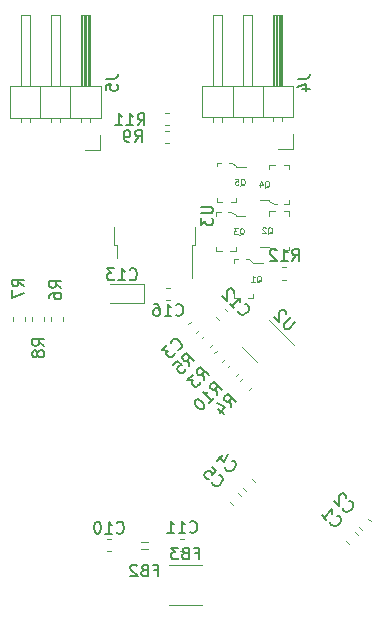
<source format=gbo>
%TF.GenerationSoftware,KiCad,Pcbnew,5.1.7*%
%TF.CreationDate,2020-10-06T16:47:45-05:00*%
%TF.ProjectId,ARC-Boat0,4152432d-426f-4617-9430-2e6b69636164,rev?*%
%TF.SameCoordinates,Original*%
%TF.FileFunction,Legend,Bot*%
%TF.FilePolarity,Positive*%
%FSLAX46Y46*%
G04 Gerber Fmt 4.6, Leading zero omitted, Abs format (unit mm)*
G04 Created by KiCad (PCBNEW 5.1.7) date 2020-10-06 16:47:45*
%MOMM*%
%LPD*%
G01*
G04 APERTURE LIST*
%ADD10C,0.120000*%
%ADD11C,0.100000*%
%ADD12C,0.150000*%
%ADD13C,0.125000*%
G04 APERTURE END LIST*
D10*
%TO.C,C13*%
X121572500Y-59285000D02*
X118687500Y-59285000D01*
X121572500Y-57715000D02*
X121572500Y-59285000D01*
X118687500Y-57715000D02*
X121572500Y-57715000D01*
%TO.C,FB3*%
X126448752Y-84910000D02*
X123676248Y-84910000D01*
X126448752Y-81490000D02*
X123676248Y-81490000D01*
%TO.C,J5*%
X117870000Y-46320000D02*
X117870000Y-45050000D01*
X116600000Y-46320000D02*
X117870000Y-46320000D01*
X111140000Y-44007071D02*
X111140000Y-43610000D01*
X111900000Y-44007071D02*
X111900000Y-43610000D01*
X111140000Y-34950000D02*
X111140000Y-40950000D01*
X111900000Y-34950000D02*
X111140000Y-34950000D01*
X111900000Y-40950000D02*
X111900000Y-34950000D01*
X112790000Y-43610000D02*
X112790000Y-40950000D01*
X113680000Y-44007071D02*
X113680000Y-43610000D01*
X114440000Y-44007071D02*
X114440000Y-43610000D01*
X113680000Y-34950000D02*
X113680000Y-40950000D01*
X114440000Y-34950000D02*
X113680000Y-34950000D01*
X114440000Y-40950000D02*
X114440000Y-34950000D01*
X115330000Y-43610000D02*
X115330000Y-40950000D01*
X116220000Y-43940000D02*
X116220000Y-43610000D01*
X116980000Y-43940000D02*
X116980000Y-43610000D01*
X116320000Y-40950000D02*
X116320000Y-34950000D01*
X116440000Y-40950000D02*
X116440000Y-34950000D01*
X116560000Y-40950000D02*
X116560000Y-34950000D01*
X116680000Y-40950000D02*
X116680000Y-34950000D01*
X116800000Y-40950000D02*
X116800000Y-34950000D01*
X116920000Y-40950000D02*
X116920000Y-34950000D01*
X116220000Y-34950000D02*
X116220000Y-40950000D01*
X116980000Y-34950000D02*
X116220000Y-34950000D01*
X116980000Y-40950000D02*
X116980000Y-34950000D01*
X117930000Y-40950000D02*
X117930000Y-43610000D01*
X110190000Y-40950000D02*
X117930000Y-40950000D01*
X110190000Y-43610000D02*
X110190000Y-40950000D01*
X117930000Y-43610000D02*
X110190000Y-43610000D01*
%TO.C,J4*%
X134145000Y-46295000D02*
X134145000Y-45025000D01*
X132875000Y-46295000D02*
X134145000Y-46295000D01*
X127415000Y-43982071D02*
X127415000Y-43585000D01*
X128175000Y-43982071D02*
X128175000Y-43585000D01*
X127415000Y-34925000D02*
X127415000Y-40925000D01*
X128175000Y-34925000D02*
X127415000Y-34925000D01*
X128175000Y-40925000D02*
X128175000Y-34925000D01*
X129065000Y-43585000D02*
X129065000Y-40925000D01*
X129955000Y-43982071D02*
X129955000Y-43585000D01*
X130715000Y-43982071D02*
X130715000Y-43585000D01*
X129955000Y-34925000D02*
X129955000Y-40925000D01*
X130715000Y-34925000D02*
X129955000Y-34925000D01*
X130715000Y-40925000D02*
X130715000Y-34925000D01*
X131605000Y-43585000D02*
X131605000Y-40925000D01*
X132495000Y-43915000D02*
X132495000Y-43585000D01*
X133255000Y-43915000D02*
X133255000Y-43585000D01*
X132595000Y-40925000D02*
X132595000Y-34925000D01*
X132715000Y-40925000D02*
X132715000Y-34925000D01*
X132835000Y-40925000D02*
X132835000Y-34925000D01*
X132955000Y-40925000D02*
X132955000Y-34925000D01*
X133075000Y-40925000D02*
X133075000Y-34925000D01*
X133195000Y-40925000D02*
X133195000Y-34925000D01*
X132495000Y-34925000D02*
X132495000Y-40925000D01*
X133255000Y-34925000D02*
X132495000Y-34925000D01*
X133255000Y-40925000D02*
X133255000Y-34925000D01*
X134205000Y-40925000D02*
X134205000Y-43585000D01*
X126465000Y-40925000D02*
X134205000Y-40925000D01*
X126465000Y-43585000D02*
X126465000Y-40925000D01*
X134205000Y-43585000D02*
X126465000Y-43585000D01*
%TO.C,U2*%
X132127046Y-60750162D02*
X134213011Y-62836127D01*
X131122954Y-64299838D02*
X129850162Y-63027046D01*
%TO.C,R12*%
X133262221Y-56290000D02*
X133587779Y-56290000D01*
X133262221Y-57310000D02*
X133587779Y-57310000D01*
%TO.C,R11*%
X123637779Y-44210000D02*
X123312221Y-44210000D01*
X123637779Y-43190000D02*
X123312221Y-43190000D01*
%TO.C,R10*%
X128624273Y-64754478D02*
X128854478Y-64524273D01*
X129345522Y-65475727D02*
X129575727Y-65245522D01*
%TO.C,R9*%
X123637779Y-45760000D02*
X123312221Y-45760000D01*
X123637779Y-44740000D02*
X123312221Y-44740000D01*
%TO.C,R8*%
X113060000Y-60487221D02*
X113060000Y-60812779D01*
X112040000Y-60487221D02*
X112040000Y-60812779D01*
%TO.C,R7*%
X111460000Y-60487221D02*
X111460000Y-60812779D01*
X110440000Y-60487221D02*
X110440000Y-60812779D01*
%TO.C,R6*%
X113640000Y-60812779D02*
X113640000Y-60487221D01*
X114660000Y-60812779D02*
X114660000Y-60487221D01*
%TO.C,R5*%
X127375727Y-62795522D02*
X127145522Y-63025727D01*
X126654478Y-62074273D02*
X126424273Y-62304478D01*
%TO.C,R4*%
X129724273Y-65904478D02*
X129954478Y-65674273D01*
X130445522Y-66625727D02*
X130675727Y-66395522D01*
%TO.C,R3*%
X127474273Y-63554478D02*
X127704478Y-63324273D01*
X128195522Y-64275727D02*
X128425727Y-64045522D01*
%TO.C,C16*%
X123437221Y-57990000D02*
X123762779Y-57990000D01*
X123437221Y-59010000D02*
X123762779Y-59010000D01*
%TO.C,C12*%
X127886325Y-60732574D02*
X127656120Y-60502369D01*
X128607574Y-60011325D02*
X128377369Y-59781120D01*
%TO.C,C11*%
X124637221Y-79290000D02*
X124962779Y-79290000D01*
X124637221Y-80310000D02*
X124962779Y-80310000D01*
%TO.C,C10*%
X118762779Y-80310000D02*
X118437221Y-80310000D01*
X118762779Y-79290000D02*
X118437221Y-79290000D01*
%TO.C,C5*%
X129545522Y-75424273D02*
X129775727Y-75654478D01*
X128824273Y-76145522D02*
X129054478Y-76375727D01*
%TO.C,C4*%
X130695522Y-74224273D02*
X130925727Y-74454478D01*
X129974273Y-74945522D02*
X130204478Y-75175727D01*
%TO.C,C3*%
X125274273Y-61104478D02*
X125504478Y-60874273D01*
X125995522Y-61825727D02*
X126225727Y-61595522D01*
%TO.C,C2*%
X140520522Y-77549273D02*
X140750727Y-77779478D01*
X139799273Y-78270522D02*
X140029478Y-78500727D01*
%TO.C,C1*%
X139420522Y-78724273D02*
X139650727Y-78954478D01*
X138699273Y-79445522D02*
X138929478Y-79675727D01*
%TO.C,U3*%
X119245000Y-54370000D02*
X119245000Y-55470000D01*
X118975000Y-54370000D02*
X119245000Y-54370000D01*
X118975000Y-52870000D02*
X118975000Y-54370000D01*
X125605000Y-54370000D02*
X125605000Y-57200000D01*
X125875000Y-54370000D02*
X125605000Y-54370000D01*
X125875000Y-52870000D02*
X125875000Y-54370000D01*
D11*
%TO.C,Q5*%
X127725000Y-47425000D02*
X127725000Y-47725000D01*
X128100000Y-47425000D02*
X127725000Y-47425000D01*
X127725000Y-50725000D02*
X128175000Y-50725000D01*
X127725000Y-50425000D02*
X127725000Y-50725000D01*
X127725000Y-50500000D02*
X127725000Y-50375000D01*
X129375000Y-50725000D02*
X129375000Y-50375000D01*
X128900000Y-50725000D02*
X129375000Y-50725000D01*
X129375000Y-47750000D02*
X130150000Y-47750000D01*
X129375000Y-47700000D02*
X129375000Y-47750000D01*
X129000000Y-47425000D02*
X129375000Y-47700000D01*
X128725000Y-47425000D02*
X129000000Y-47425000D01*
%TO.C,Q4*%
X133825000Y-50900000D02*
X133825000Y-50600000D01*
X133450000Y-50900000D02*
X133825000Y-50900000D01*
X133825000Y-47600000D02*
X133375000Y-47600000D01*
X133825000Y-47900000D02*
X133825000Y-47600000D01*
X133825000Y-47825000D02*
X133825000Y-47950000D01*
X132175000Y-47600000D02*
X132175000Y-47950000D01*
X132650000Y-47600000D02*
X132175000Y-47600000D01*
X132175000Y-50575000D02*
X131400000Y-50575000D01*
X132175000Y-50625000D02*
X132175000Y-50575000D01*
X132550000Y-50900000D02*
X132175000Y-50625000D01*
X132825000Y-50900000D02*
X132550000Y-50900000D01*
%TO.C,Q3*%
X127675000Y-51600000D02*
X127675000Y-51900000D01*
X128050000Y-51600000D02*
X127675000Y-51600000D01*
X127675000Y-54900000D02*
X128125000Y-54900000D01*
X127675000Y-54600000D02*
X127675000Y-54900000D01*
X127675000Y-54675000D02*
X127675000Y-54550000D01*
X129325000Y-54900000D02*
X129325000Y-54550000D01*
X128850000Y-54900000D02*
X129325000Y-54900000D01*
X129325000Y-51925000D02*
X130100000Y-51925000D01*
X129325000Y-51875000D02*
X129325000Y-51925000D01*
X128950000Y-51600000D02*
X129325000Y-51875000D01*
X128675000Y-51600000D02*
X128950000Y-51600000D01*
%TO.C,Q2*%
X133825000Y-54850000D02*
X133825000Y-54550000D01*
X133450000Y-54850000D02*
X133825000Y-54850000D01*
X133825000Y-51550000D02*
X133375000Y-51550000D01*
X133825000Y-51850000D02*
X133825000Y-51550000D01*
X133825000Y-51775000D02*
X133825000Y-51900000D01*
X132175000Y-51550000D02*
X132175000Y-51900000D01*
X132650000Y-51550000D02*
X132175000Y-51550000D01*
X132175000Y-54525000D02*
X131400000Y-54525000D01*
X132175000Y-54575000D02*
X132175000Y-54525000D01*
X132550000Y-54850000D02*
X132175000Y-54575000D01*
X132825000Y-54850000D02*
X132550000Y-54850000D01*
%TO.C,Q1*%
X129175000Y-55600000D02*
X129175000Y-55900000D01*
X129550000Y-55600000D02*
X129175000Y-55600000D01*
X129175000Y-58900000D02*
X129625000Y-58900000D01*
X129175000Y-58600000D02*
X129175000Y-58900000D01*
X129175000Y-58675000D02*
X129175000Y-58550000D01*
X130825000Y-58900000D02*
X130825000Y-58550000D01*
X130350000Y-58900000D02*
X130825000Y-58900000D01*
X130825000Y-55925000D02*
X131600000Y-55925000D01*
X130825000Y-55875000D02*
X130825000Y-55925000D01*
X130450000Y-55600000D02*
X130825000Y-55875000D01*
X130175000Y-55600000D02*
X130450000Y-55600000D01*
D10*
%TO.C,FB2*%
X121300000Y-80100000D02*
X121900000Y-80100000D01*
X121300000Y-79500000D02*
X121900000Y-79500000D01*
%TD*%
%TO.C,C13*%
D12*
X120330357Y-57277142D02*
X120377976Y-57324761D01*
X120520833Y-57372380D01*
X120616071Y-57372380D01*
X120758928Y-57324761D01*
X120854166Y-57229523D01*
X120901785Y-57134285D01*
X120949404Y-56943809D01*
X120949404Y-56800952D01*
X120901785Y-56610476D01*
X120854166Y-56515238D01*
X120758928Y-56420000D01*
X120616071Y-56372380D01*
X120520833Y-56372380D01*
X120377976Y-56420000D01*
X120330357Y-56467619D01*
X119377976Y-57372380D02*
X119949404Y-57372380D01*
X119663690Y-57372380D02*
X119663690Y-56372380D01*
X119758928Y-56515238D01*
X119854166Y-56610476D01*
X119949404Y-56658095D01*
X119044642Y-56372380D02*
X118425595Y-56372380D01*
X118758928Y-56753333D01*
X118616071Y-56753333D01*
X118520833Y-56800952D01*
X118473214Y-56848571D01*
X118425595Y-56943809D01*
X118425595Y-57181904D01*
X118473214Y-57277142D01*
X118520833Y-57324761D01*
X118616071Y-57372380D01*
X118901785Y-57372380D01*
X118997023Y-57324761D01*
X119044642Y-57277142D01*
%TO.C,FB3*%
X125895833Y-80478571D02*
X126229166Y-80478571D01*
X126229166Y-81002380D02*
X126229166Y-80002380D01*
X125752976Y-80002380D01*
X125038690Y-80478571D02*
X124895833Y-80526190D01*
X124848214Y-80573809D01*
X124800595Y-80669047D01*
X124800595Y-80811904D01*
X124848214Y-80907142D01*
X124895833Y-80954761D01*
X124991071Y-81002380D01*
X125372023Y-81002380D01*
X125372023Y-80002380D01*
X125038690Y-80002380D01*
X124943452Y-80050000D01*
X124895833Y-80097619D01*
X124848214Y-80192857D01*
X124848214Y-80288095D01*
X124895833Y-80383333D01*
X124943452Y-80430952D01*
X125038690Y-80478571D01*
X125372023Y-80478571D01*
X124467261Y-80002380D02*
X123848214Y-80002380D01*
X124181547Y-80383333D01*
X124038690Y-80383333D01*
X123943452Y-80430952D01*
X123895833Y-80478571D01*
X123848214Y-80573809D01*
X123848214Y-80811904D01*
X123895833Y-80907142D01*
X123943452Y-80954761D01*
X124038690Y-81002380D01*
X124324404Y-81002380D01*
X124419642Y-80954761D01*
X124467261Y-80907142D01*
%TO.C,J5*%
X118322380Y-40331666D02*
X119036666Y-40331666D01*
X119179523Y-40284047D01*
X119274761Y-40188809D01*
X119322380Y-40045952D01*
X119322380Y-39950714D01*
X118322380Y-41284047D02*
X118322380Y-40807857D01*
X118798571Y-40760238D01*
X118750952Y-40807857D01*
X118703333Y-40903095D01*
X118703333Y-41141190D01*
X118750952Y-41236428D01*
X118798571Y-41284047D01*
X118893809Y-41331666D01*
X119131904Y-41331666D01*
X119227142Y-41284047D01*
X119274761Y-41236428D01*
X119322380Y-41141190D01*
X119322380Y-40903095D01*
X119274761Y-40807857D01*
X119227142Y-40760238D01*
%TO.C,J4*%
X134597380Y-40306666D02*
X135311666Y-40306666D01*
X135454523Y-40259047D01*
X135549761Y-40163809D01*
X135597380Y-40020952D01*
X135597380Y-39925714D01*
X134930714Y-41211428D02*
X135597380Y-41211428D01*
X134549761Y-40973333D02*
X135264047Y-40735238D01*
X135264047Y-41354285D01*
%TO.C,U2*%
X134375972Y-60901522D02*
X133803552Y-61473942D01*
X133702537Y-61507614D01*
X133635193Y-61507614D01*
X133534178Y-61473942D01*
X133399491Y-61339255D01*
X133365819Y-61238240D01*
X133365819Y-61170896D01*
X133399491Y-61069881D01*
X133971911Y-60497461D01*
X133601521Y-60261759D02*
X133601521Y-60194416D01*
X133567850Y-60093400D01*
X133399491Y-59925042D01*
X133298476Y-59891370D01*
X133231132Y-59891370D01*
X133130117Y-59925042D01*
X133062773Y-59992385D01*
X132995430Y-60127072D01*
X132995430Y-60935194D01*
X132557697Y-60497461D01*
%TO.C,R12*%
X134092857Y-55727380D02*
X134426190Y-55251190D01*
X134664285Y-55727380D02*
X134664285Y-54727380D01*
X134283333Y-54727380D01*
X134188095Y-54775000D01*
X134140476Y-54822619D01*
X134092857Y-54917857D01*
X134092857Y-55060714D01*
X134140476Y-55155952D01*
X134188095Y-55203571D01*
X134283333Y-55251190D01*
X134664285Y-55251190D01*
X133140476Y-55727380D02*
X133711904Y-55727380D01*
X133426190Y-55727380D02*
X133426190Y-54727380D01*
X133521428Y-54870238D01*
X133616666Y-54965476D01*
X133711904Y-55013095D01*
X132759523Y-54822619D02*
X132711904Y-54775000D01*
X132616666Y-54727380D01*
X132378571Y-54727380D01*
X132283333Y-54775000D01*
X132235714Y-54822619D01*
X132188095Y-54917857D01*
X132188095Y-55013095D01*
X132235714Y-55155952D01*
X132807142Y-55727380D01*
X132188095Y-55727380D01*
%TO.C,R11*%
X121017857Y-44252380D02*
X121351190Y-43776190D01*
X121589285Y-44252380D02*
X121589285Y-43252380D01*
X121208333Y-43252380D01*
X121113095Y-43300000D01*
X121065476Y-43347619D01*
X121017857Y-43442857D01*
X121017857Y-43585714D01*
X121065476Y-43680952D01*
X121113095Y-43728571D01*
X121208333Y-43776190D01*
X121589285Y-43776190D01*
X120065476Y-44252380D02*
X120636904Y-44252380D01*
X120351190Y-44252380D02*
X120351190Y-43252380D01*
X120446428Y-43395238D01*
X120541666Y-43490476D01*
X120636904Y-43538095D01*
X119113095Y-44252380D02*
X119684523Y-44252380D01*
X119398809Y-44252380D02*
X119398809Y-43252380D01*
X119494047Y-43395238D01*
X119589285Y-43490476D01*
X119684523Y-43538095D01*
%TO.C,R10*%
X127749451Y-67090312D02*
X127648436Y-66517893D01*
X128153512Y-66686251D02*
X127446405Y-65979145D01*
X127177031Y-66248519D01*
X127143359Y-66349534D01*
X127143359Y-66416877D01*
X127177031Y-66517893D01*
X127278046Y-66618908D01*
X127379062Y-66652580D01*
X127446405Y-66652580D01*
X127547420Y-66618908D01*
X127816794Y-66349534D01*
X127076016Y-67763748D02*
X127480077Y-67359687D01*
X127278046Y-67561717D02*
X126570939Y-66854610D01*
X126739298Y-66888282D01*
X126873985Y-66888282D01*
X126975001Y-66854610D01*
X125931176Y-67494374D02*
X125863833Y-67561717D01*
X125830161Y-67662732D01*
X125830161Y-67730076D01*
X125863833Y-67831091D01*
X125964848Y-67999450D01*
X126133207Y-68167809D01*
X126301565Y-68268824D01*
X126402581Y-68302496D01*
X126469924Y-68302496D01*
X126570939Y-68268824D01*
X126638283Y-68201480D01*
X126671955Y-68100465D01*
X126671955Y-68033122D01*
X126638283Y-67932106D01*
X126537268Y-67763748D01*
X126368909Y-67595389D01*
X126200550Y-67494374D01*
X126099535Y-67460702D01*
X126032191Y-67460702D01*
X125931176Y-67494374D01*
%TO.C,R9*%
X120791666Y-45652380D02*
X121125000Y-45176190D01*
X121363095Y-45652380D02*
X121363095Y-44652380D01*
X120982142Y-44652380D01*
X120886904Y-44700000D01*
X120839285Y-44747619D01*
X120791666Y-44842857D01*
X120791666Y-44985714D01*
X120839285Y-45080952D01*
X120886904Y-45128571D01*
X120982142Y-45176190D01*
X121363095Y-45176190D01*
X120315476Y-45652380D02*
X120125000Y-45652380D01*
X120029761Y-45604761D01*
X119982142Y-45557142D01*
X119886904Y-45414285D01*
X119839285Y-45223809D01*
X119839285Y-44842857D01*
X119886904Y-44747619D01*
X119934523Y-44700000D01*
X120029761Y-44652380D01*
X120220238Y-44652380D01*
X120315476Y-44700000D01*
X120363095Y-44747619D01*
X120410714Y-44842857D01*
X120410714Y-45080952D01*
X120363095Y-45176190D01*
X120315476Y-45223809D01*
X120220238Y-45271428D01*
X120029761Y-45271428D01*
X119934523Y-45223809D01*
X119886904Y-45176190D01*
X119839285Y-45080952D01*
%TO.C,R8*%
X113102380Y-62933333D02*
X112626190Y-62600000D01*
X113102380Y-62361904D02*
X112102380Y-62361904D01*
X112102380Y-62742857D01*
X112150000Y-62838095D01*
X112197619Y-62885714D01*
X112292857Y-62933333D01*
X112435714Y-62933333D01*
X112530952Y-62885714D01*
X112578571Y-62838095D01*
X112626190Y-62742857D01*
X112626190Y-62361904D01*
X112530952Y-63504761D02*
X112483333Y-63409523D01*
X112435714Y-63361904D01*
X112340476Y-63314285D01*
X112292857Y-63314285D01*
X112197619Y-63361904D01*
X112150000Y-63409523D01*
X112102380Y-63504761D01*
X112102380Y-63695238D01*
X112150000Y-63790476D01*
X112197619Y-63838095D01*
X112292857Y-63885714D01*
X112340476Y-63885714D01*
X112435714Y-63838095D01*
X112483333Y-63790476D01*
X112530952Y-63695238D01*
X112530952Y-63504761D01*
X112578571Y-63409523D01*
X112626190Y-63361904D01*
X112721428Y-63314285D01*
X112911904Y-63314285D01*
X113007142Y-63361904D01*
X113054761Y-63409523D01*
X113102380Y-63504761D01*
X113102380Y-63695238D01*
X113054761Y-63790476D01*
X113007142Y-63838095D01*
X112911904Y-63885714D01*
X112721428Y-63885714D01*
X112626190Y-63838095D01*
X112578571Y-63790476D01*
X112530952Y-63695238D01*
%TO.C,R7*%
X111402380Y-57883333D02*
X110926190Y-57550000D01*
X111402380Y-57311904D02*
X110402380Y-57311904D01*
X110402380Y-57692857D01*
X110450000Y-57788095D01*
X110497619Y-57835714D01*
X110592857Y-57883333D01*
X110735714Y-57883333D01*
X110830952Y-57835714D01*
X110878571Y-57788095D01*
X110926190Y-57692857D01*
X110926190Y-57311904D01*
X110402380Y-58216666D02*
X110402380Y-58883333D01*
X111402380Y-58454761D01*
%TO.C,R6*%
X114552380Y-58033333D02*
X114076190Y-57700000D01*
X114552380Y-57461904D02*
X113552380Y-57461904D01*
X113552380Y-57842857D01*
X113600000Y-57938095D01*
X113647619Y-57985714D01*
X113742857Y-58033333D01*
X113885714Y-58033333D01*
X113980952Y-57985714D01*
X114028571Y-57938095D01*
X114076190Y-57842857D01*
X114076190Y-57461904D01*
X113552380Y-58890476D02*
X113552380Y-58700000D01*
X113600000Y-58604761D01*
X113647619Y-58557142D01*
X113790476Y-58461904D01*
X113980952Y-58414285D01*
X114361904Y-58414285D01*
X114457142Y-58461904D01*
X114504761Y-58509523D01*
X114552380Y-58604761D01*
X114552380Y-58795238D01*
X114504761Y-58890476D01*
X114457142Y-58938095D01*
X114361904Y-58985714D01*
X114123809Y-58985714D01*
X114028571Y-58938095D01*
X113980952Y-58890476D01*
X113933333Y-58795238D01*
X113933333Y-58604761D01*
X113980952Y-58509523D01*
X114028571Y-58461904D01*
X114123809Y-58414285D01*
%TO.C,R5*%
X125387732Y-64652030D02*
X125286717Y-64079610D01*
X125791793Y-64247969D02*
X125084687Y-63540862D01*
X124815312Y-63810236D01*
X124781641Y-63911251D01*
X124781641Y-63978595D01*
X124815312Y-64079610D01*
X124916328Y-64180625D01*
X125017343Y-64214297D01*
X125084687Y-64214297D01*
X125185702Y-64180625D01*
X125455076Y-63911251D01*
X124040862Y-64584687D02*
X124377580Y-64247969D01*
X124747969Y-64551015D01*
X124680625Y-64551015D01*
X124579610Y-64584687D01*
X124411251Y-64753045D01*
X124377580Y-64854061D01*
X124377580Y-64921404D01*
X124411251Y-65022419D01*
X124579610Y-65190778D01*
X124680625Y-65224450D01*
X124747969Y-65224450D01*
X124848984Y-65190778D01*
X125017343Y-65022419D01*
X125051015Y-64921404D01*
X125051015Y-64854061D01*
%TO.C,R4*%
X128937732Y-68102029D02*
X128836717Y-67529609D01*
X129341793Y-67697968D02*
X128634687Y-66990861D01*
X128365312Y-67260235D01*
X128331641Y-67361250D01*
X128331641Y-67428594D01*
X128365312Y-67529609D01*
X128466328Y-67630624D01*
X128567343Y-67664296D01*
X128634687Y-67664296D01*
X128735702Y-67630624D01*
X129005076Y-67361250D01*
X127860236Y-68236716D02*
X128331641Y-68708121D01*
X127759221Y-67798983D02*
X128432656Y-68135701D01*
X127994923Y-68573434D01*
%TO.C,R3*%
X126612732Y-65827029D02*
X126511717Y-65254609D01*
X127016793Y-65422968D02*
X126309687Y-64715861D01*
X126040312Y-64985235D01*
X126006641Y-65086250D01*
X126006641Y-65153594D01*
X126040312Y-65254609D01*
X126141328Y-65355624D01*
X126242343Y-65389296D01*
X126309687Y-65389296D01*
X126410702Y-65355624D01*
X126680076Y-65086250D01*
X125669923Y-65355624D02*
X125232190Y-65793357D01*
X125737267Y-65827029D01*
X125636251Y-65928044D01*
X125602580Y-66029060D01*
X125602580Y-66096403D01*
X125636251Y-66197418D01*
X125804610Y-66365777D01*
X125905625Y-66399449D01*
X125972969Y-66399449D01*
X126073984Y-66365777D01*
X126276015Y-66163747D01*
X126309687Y-66062731D01*
X126309687Y-65995388D01*
%TO.C,C16*%
X124242857Y-60287142D02*
X124290476Y-60334761D01*
X124433333Y-60382380D01*
X124528571Y-60382380D01*
X124671428Y-60334761D01*
X124766666Y-60239523D01*
X124814285Y-60144285D01*
X124861904Y-59953809D01*
X124861904Y-59810952D01*
X124814285Y-59620476D01*
X124766666Y-59525238D01*
X124671428Y-59430000D01*
X124528571Y-59382380D01*
X124433333Y-59382380D01*
X124290476Y-59430000D01*
X124242857Y-59477619D01*
X123290476Y-60382380D02*
X123861904Y-60382380D01*
X123576190Y-60382380D02*
X123576190Y-59382380D01*
X123671428Y-59525238D01*
X123766666Y-59620476D01*
X123861904Y-59668095D01*
X122433333Y-59382380D02*
X122623809Y-59382380D01*
X122719047Y-59430000D01*
X122766666Y-59477619D01*
X122861904Y-59620476D01*
X122909523Y-59810952D01*
X122909523Y-60191904D01*
X122861904Y-60287142D01*
X122814285Y-60334761D01*
X122719047Y-60382380D01*
X122528571Y-60382380D01*
X122433333Y-60334761D01*
X122385714Y-60287142D01*
X122338095Y-60191904D01*
X122338095Y-59953809D01*
X122385714Y-59858571D01*
X122433333Y-59810952D01*
X122528571Y-59763333D01*
X122719047Y-59763333D01*
X122814285Y-59810952D01*
X122861904Y-59858571D01*
X122909523Y-59953809D01*
%TO.C,C12*%
X129552030Y-59957106D02*
X129552030Y-60024450D01*
X129619374Y-60159137D01*
X129686717Y-60226480D01*
X129821404Y-60293824D01*
X129956091Y-60293824D01*
X130057106Y-60260152D01*
X130225465Y-60159137D01*
X130326480Y-60058122D01*
X130427496Y-59889763D01*
X130461167Y-59788748D01*
X130461167Y-59654061D01*
X130393824Y-59519374D01*
X130326480Y-59452030D01*
X130191793Y-59384687D01*
X130124450Y-59384687D01*
X128811251Y-59351015D02*
X129215312Y-59755076D01*
X129013282Y-59553045D02*
X129720389Y-58845938D01*
X129686717Y-59014297D01*
X129686717Y-59148984D01*
X129720389Y-59250000D01*
X129181641Y-58441877D02*
X129181641Y-58374534D01*
X129147969Y-58273519D01*
X128979610Y-58105160D01*
X128878595Y-58071488D01*
X128811251Y-58071488D01*
X128710236Y-58105160D01*
X128642893Y-58172503D01*
X128575549Y-58307190D01*
X128575549Y-59115312D01*
X128137816Y-58677580D01*
%TO.C,C11*%
X125442857Y-78657142D02*
X125490476Y-78704761D01*
X125633333Y-78752380D01*
X125728571Y-78752380D01*
X125871428Y-78704761D01*
X125966666Y-78609523D01*
X126014285Y-78514285D01*
X126061904Y-78323809D01*
X126061904Y-78180952D01*
X126014285Y-77990476D01*
X125966666Y-77895238D01*
X125871428Y-77800000D01*
X125728571Y-77752380D01*
X125633333Y-77752380D01*
X125490476Y-77800000D01*
X125442857Y-77847619D01*
X124490476Y-78752380D02*
X125061904Y-78752380D01*
X124776190Y-78752380D02*
X124776190Y-77752380D01*
X124871428Y-77895238D01*
X124966666Y-77990476D01*
X125061904Y-78038095D01*
X123538095Y-78752380D02*
X124109523Y-78752380D01*
X123823809Y-78752380D02*
X123823809Y-77752380D01*
X123919047Y-77895238D01*
X124014285Y-77990476D01*
X124109523Y-78038095D01*
%TO.C,C10*%
X119242857Y-78727142D02*
X119290476Y-78774761D01*
X119433333Y-78822380D01*
X119528571Y-78822380D01*
X119671428Y-78774761D01*
X119766666Y-78679523D01*
X119814285Y-78584285D01*
X119861904Y-78393809D01*
X119861904Y-78250952D01*
X119814285Y-78060476D01*
X119766666Y-77965238D01*
X119671428Y-77870000D01*
X119528571Y-77822380D01*
X119433333Y-77822380D01*
X119290476Y-77870000D01*
X119242857Y-77917619D01*
X118290476Y-78822380D02*
X118861904Y-78822380D01*
X118576190Y-78822380D02*
X118576190Y-77822380D01*
X118671428Y-77965238D01*
X118766666Y-78060476D01*
X118861904Y-78108095D01*
X117671428Y-77822380D02*
X117576190Y-77822380D01*
X117480952Y-77870000D01*
X117433333Y-77917619D01*
X117385714Y-78012857D01*
X117338095Y-78203333D01*
X117338095Y-78441428D01*
X117385714Y-78631904D01*
X117433333Y-78727142D01*
X117480952Y-78774761D01*
X117576190Y-78822380D01*
X117671428Y-78822380D01*
X117766666Y-78774761D01*
X117814285Y-78727142D01*
X117861904Y-78631904D01*
X117909523Y-78441428D01*
X117909523Y-78203333D01*
X117861904Y-78012857D01*
X117814285Y-77917619D01*
X117766666Y-77870000D01*
X117671428Y-77822380D01*
%TO.C,C5*%
X127315312Y-74470389D02*
X127315312Y-74537732D01*
X127382656Y-74672419D01*
X127450000Y-74739763D01*
X127584687Y-74807106D01*
X127719374Y-74807106D01*
X127820389Y-74773435D01*
X127988748Y-74672419D01*
X128089763Y-74571404D01*
X128190778Y-74403045D01*
X128224450Y-74302030D01*
X128224450Y-74167343D01*
X128157106Y-74032656D01*
X128089763Y-73965312D01*
X127955076Y-73897969D01*
X127887732Y-73897969D01*
X127315312Y-73190862D02*
X127652030Y-73527580D01*
X127348984Y-73897969D01*
X127348984Y-73830625D01*
X127315312Y-73729610D01*
X127146954Y-73561251D01*
X127045938Y-73527580D01*
X126978595Y-73527580D01*
X126877580Y-73561251D01*
X126709221Y-73729610D01*
X126675549Y-73830625D01*
X126675549Y-73897969D01*
X126709221Y-73998984D01*
X126877580Y-74167343D01*
X126978595Y-74201015D01*
X127045938Y-74201015D01*
%TO.C,C4*%
X128415313Y-73220389D02*
X128415313Y-73287732D01*
X128482657Y-73422419D01*
X128550001Y-73489763D01*
X128684688Y-73557106D01*
X128819375Y-73557106D01*
X128920390Y-73523435D01*
X129088749Y-73422419D01*
X129189764Y-73321404D01*
X129290779Y-73153045D01*
X129324451Y-73052030D01*
X129324451Y-72917343D01*
X129257107Y-72782656D01*
X129189764Y-72715312D01*
X129055077Y-72647969D01*
X128987733Y-72647969D01*
X128213283Y-72210236D02*
X127741878Y-72681641D01*
X128651016Y-72109221D02*
X128314298Y-72782656D01*
X127876565Y-72344923D01*
%TO.C,C3*%
X124395389Y-63259687D02*
X124462732Y-63259687D01*
X124597419Y-63192343D01*
X124664763Y-63125000D01*
X124732106Y-62990312D01*
X124732106Y-62855625D01*
X124698435Y-62754610D01*
X124597419Y-62586251D01*
X124496404Y-62485236D01*
X124328045Y-62384221D01*
X124227030Y-62350549D01*
X124092343Y-62350549D01*
X123957656Y-62417893D01*
X123890312Y-62485236D01*
X123822969Y-62619923D01*
X123822969Y-62687267D01*
X123519923Y-62855625D02*
X123082190Y-63293358D01*
X123587267Y-63327030D01*
X123486251Y-63428045D01*
X123452580Y-63529061D01*
X123452580Y-63596404D01*
X123486251Y-63697419D01*
X123654610Y-63865778D01*
X123755625Y-63899450D01*
X123822969Y-63899450D01*
X123923984Y-63865778D01*
X124126015Y-63663748D01*
X124159687Y-63562732D01*
X124159687Y-63495389D01*
%TO.C,C2*%
X138372545Y-76627622D02*
X138372545Y-76694965D01*
X138439889Y-76829652D01*
X138507233Y-76896996D01*
X138641920Y-76964339D01*
X138776607Y-76964339D01*
X138877622Y-76930668D01*
X139045981Y-76829652D01*
X139146996Y-76728637D01*
X139248011Y-76560278D01*
X139281683Y-76459263D01*
X139281683Y-76324576D01*
X139214339Y-76189889D01*
X139146996Y-76122545D01*
X139012309Y-76055202D01*
X138944965Y-76055202D01*
X138675591Y-75785828D02*
X138675591Y-75718484D01*
X138641920Y-75617469D01*
X138473561Y-75449110D01*
X138372545Y-75415439D01*
X138305202Y-75415439D01*
X138204187Y-75449110D01*
X138136843Y-75516454D01*
X138069500Y-75651141D01*
X138069500Y-76459263D01*
X137631767Y-76021530D01*
%TO.C,C1*%
X137334417Y-77864494D02*
X137334417Y-77931837D01*
X137401761Y-78066524D01*
X137469105Y-78133868D01*
X137603792Y-78201211D01*
X137738479Y-78201211D01*
X137839494Y-78167540D01*
X138007853Y-78066524D01*
X138108868Y-77965509D01*
X138209883Y-77797150D01*
X138243555Y-77696135D01*
X138243555Y-77561448D01*
X138176211Y-77426761D01*
X138108868Y-77359417D01*
X137974181Y-77292074D01*
X137906837Y-77292074D01*
X136593639Y-77258402D02*
X136997700Y-77662463D01*
X136795669Y-77460433D02*
X137502776Y-76753326D01*
X137469105Y-76921685D01*
X137469105Y-77056372D01*
X137502776Y-77157387D01*
%TO.C,U3*%
X126377380Y-51138095D02*
X127186904Y-51138095D01*
X127282142Y-51185714D01*
X127329761Y-51233333D01*
X127377380Y-51328571D01*
X127377380Y-51519047D01*
X127329761Y-51614285D01*
X127282142Y-51661904D01*
X127186904Y-51709523D01*
X126377380Y-51709523D01*
X126377380Y-52090476D02*
X126377380Y-52709523D01*
X126758333Y-52376190D01*
X126758333Y-52519047D01*
X126805952Y-52614285D01*
X126853571Y-52661904D01*
X126948809Y-52709523D01*
X127186904Y-52709523D01*
X127282142Y-52661904D01*
X127329761Y-52614285D01*
X127377380Y-52519047D01*
X127377380Y-52233333D01*
X127329761Y-52138095D01*
X127282142Y-52090476D01*
%TO.C,Q5*%
D13*
X129710139Y-49358969D02*
X129757758Y-49335160D01*
X129805377Y-49287540D01*
X129876805Y-49216112D01*
X129924424Y-49192302D01*
X129972043Y-49192302D01*
X129948234Y-49311350D02*
X129995853Y-49287540D01*
X130043472Y-49239921D01*
X130067281Y-49144683D01*
X130067281Y-48978017D01*
X130043472Y-48882779D01*
X129995853Y-48835160D01*
X129948234Y-48811350D01*
X129852996Y-48811350D01*
X129805377Y-48835160D01*
X129757758Y-48882779D01*
X129733948Y-48978017D01*
X129733948Y-49144683D01*
X129757758Y-49239921D01*
X129805377Y-49287540D01*
X129852996Y-49311350D01*
X129948234Y-49311350D01*
X129281567Y-48811350D02*
X129519662Y-48811350D01*
X129543472Y-49049445D01*
X129519662Y-49025636D01*
X129472043Y-49001826D01*
X129352996Y-49001826D01*
X129305377Y-49025636D01*
X129281567Y-49049445D01*
X129257758Y-49097064D01*
X129257758Y-49216112D01*
X129281567Y-49263731D01*
X129305377Y-49287540D01*
X129352996Y-49311350D01*
X129472043Y-49311350D01*
X129519662Y-49287540D01*
X129543472Y-49263731D01*
D12*
%TO.C,Q4*%
D13*
X131777619Y-49523809D02*
X131825238Y-49500000D01*
X131872857Y-49452380D01*
X131944285Y-49380952D01*
X131991904Y-49357142D01*
X132039523Y-49357142D01*
X132015714Y-49476190D02*
X132063333Y-49452380D01*
X132110952Y-49404761D01*
X132134761Y-49309523D01*
X132134761Y-49142857D01*
X132110952Y-49047619D01*
X132063333Y-49000000D01*
X132015714Y-48976190D01*
X131920476Y-48976190D01*
X131872857Y-49000000D01*
X131825238Y-49047619D01*
X131801428Y-49142857D01*
X131801428Y-49309523D01*
X131825238Y-49404761D01*
X131872857Y-49452380D01*
X131920476Y-49476190D01*
X132015714Y-49476190D01*
X131372857Y-49142857D02*
X131372857Y-49476190D01*
X131491904Y-48952380D02*
X131610952Y-49309523D01*
X131301428Y-49309523D01*
D12*
%TO.C,Q3*%
D13*
X129634739Y-53533969D02*
X129682358Y-53510160D01*
X129729977Y-53462540D01*
X129801405Y-53391112D01*
X129849024Y-53367302D01*
X129896643Y-53367302D01*
X129872834Y-53486350D02*
X129920453Y-53462540D01*
X129968072Y-53414921D01*
X129991881Y-53319683D01*
X129991881Y-53153017D01*
X129968072Y-53057779D01*
X129920453Y-53010160D01*
X129872834Y-52986350D01*
X129777596Y-52986350D01*
X129729977Y-53010160D01*
X129682358Y-53057779D01*
X129658548Y-53153017D01*
X129658548Y-53319683D01*
X129682358Y-53414921D01*
X129729977Y-53462540D01*
X129777596Y-53486350D01*
X129872834Y-53486350D01*
X129491881Y-52986350D02*
X129182358Y-52986350D01*
X129349024Y-53176826D01*
X129277596Y-53176826D01*
X129229977Y-53200636D01*
X129206167Y-53224445D01*
X129182358Y-53272064D01*
X129182358Y-53391112D01*
X129206167Y-53438731D01*
X129229977Y-53462540D01*
X129277596Y-53486350D01*
X129420453Y-53486350D01*
X129468072Y-53462540D01*
X129491881Y-53438731D01*
D12*
%TO.C,Q2*%
D13*
X132026539Y-53453489D02*
X132074158Y-53429680D01*
X132121777Y-53382060D01*
X132193205Y-53310632D01*
X132240824Y-53286822D01*
X132288443Y-53286822D01*
X132264634Y-53405870D02*
X132312253Y-53382060D01*
X132359872Y-53334441D01*
X132383681Y-53239203D01*
X132383681Y-53072537D01*
X132359872Y-52977299D01*
X132312253Y-52929680D01*
X132264634Y-52905870D01*
X132169396Y-52905870D01*
X132121777Y-52929680D01*
X132074158Y-52977299D01*
X132050348Y-53072537D01*
X132050348Y-53239203D01*
X132074158Y-53334441D01*
X132121777Y-53382060D01*
X132169396Y-53405870D01*
X132264634Y-53405870D01*
X131859872Y-52953489D02*
X131836062Y-52929680D01*
X131788443Y-52905870D01*
X131669396Y-52905870D01*
X131621777Y-52929680D01*
X131597967Y-52953489D01*
X131574158Y-53001108D01*
X131574158Y-53048727D01*
X131597967Y-53120156D01*
X131883681Y-53405870D01*
X131574158Y-53405870D01*
D12*
%TO.C,Q1*%
D13*
X131094099Y-57539049D02*
X131141718Y-57515240D01*
X131189337Y-57467620D01*
X131260765Y-57396192D01*
X131308384Y-57372382D01*
X131356003Y-57372382D01*
X131332194Y-57491430D02*
X131379813Y-57467620D01*
X131427432Y-57420001D01*
X131451241Y-57324763D01*
X131451241Y-57158097D01*
X131427432Y-57062859D01*
X131379813Y-57015240D01*
X131332194Y-56991430D01*
X131236956Y-56991430D01*
X131189337Y-57015240D01*
X131141718Y-57062859D01*
X131117908Y-57158097D01*
X131117908Y-57324763D01*
X131141718Y-57420001D01*
X131189337Y-57467620D01*
X131236956Y-57491430D01*
X131332194Y-57491430D01*
X130641718Y-57491430D02*
X130927432Y-57491430D01*
X130784575Y-57491430D02*
X130784575Y-56991430D01*
X130832194Y-57062859D01*
X130879813Y-57110478D01*
X130927432Y-57134287D01*
D12*
%TO.C,FB2*%
X122433333Y-81928571D02*
X122766666Y-81928571D01*
X122766666Y-82452380D02*
X122766666Y-81452380D01*
X122290476Y-81452380D01*
X121576190Y-81928571D02*
X121433333Y-81976190D01*
X121385714Y-82023809D01*
X121338095Y-82119047D01*
X121338095Y-82261904D01*
X121385714Y-82357142D01*
X121433333Y-82404761D01*
X121528571Y-82452380D01*
X121909523Y-82452380D01*
X121909523Y-81452380D01*
X121576190Y-81452380D01*
X121480952Y-81500000D01*
X121433333Y-81547619D01*
X121385714Y-81642857D01*
X121385714Y-81738095D01*
X121433333Y-81833333D01*
X121480952Y-81880952D01*
X121576190Y-81928571D01*
X121909523Y-81928571D01*
X120957142Y-81547619D02*
X120909523Y-81500000D01*
X120814285Y-81452380D01*
X120576190Y-81452380D01*
X120480952Y-81500000D01*
X120433333Y-81547619D01*
X120385714Y-81642857D01*
X120385714Y-81738095D01*
X120433333Y-81880952D01*
X121004761Y-82452380D01*
X120385714Y-82452380D01*
%TD*%
M02*

</source>
